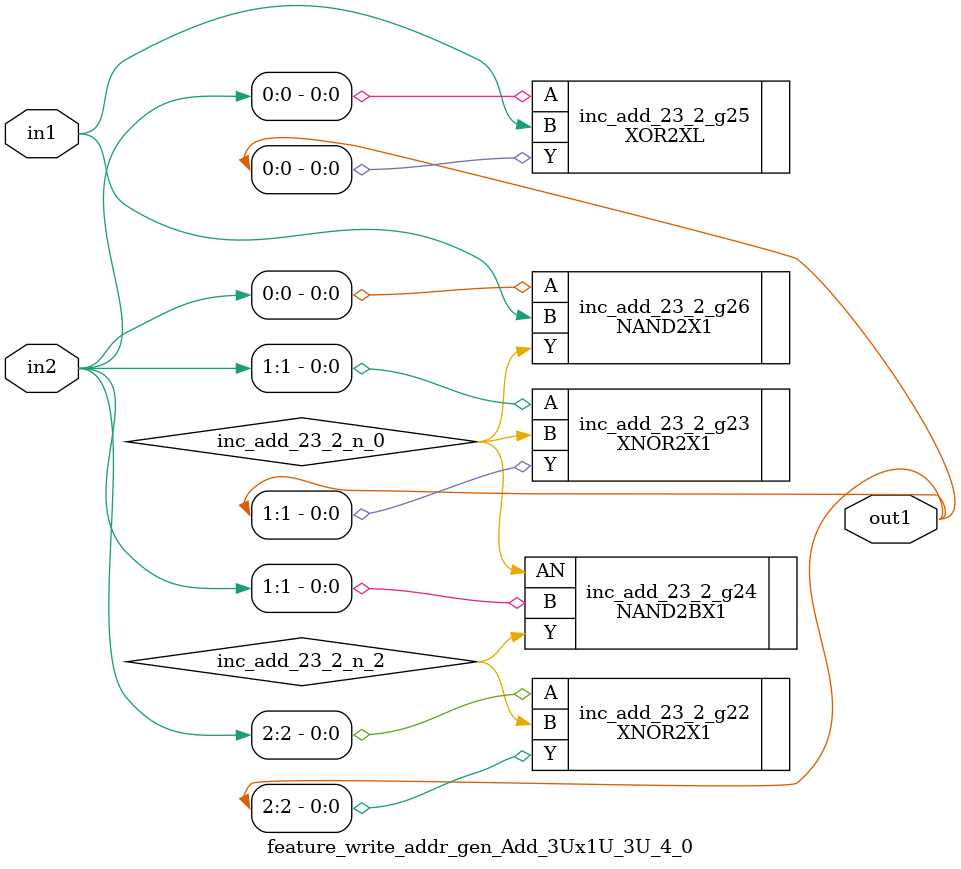
<source format=v>
`timescale 1ps / 1ps


module feature_write_addr_gen_Add_3Ux1U_3U_4_0(in2, in1, out1);
  input [2:0] in2;
  input in1;
  output [2:0] out1;
  wire [2:0] in2;
  wire in1;
  wire [2:0] out1;
  wire inc_add_23_2_n_0, inc_add_23_2_n_2;
  XNOR2X1 inc_add_23_2_g22(.A (in2[2]), .B (inc_add_23_2_n_2), .Y
       (out1[2]));
  XNOR2X1 inc_add_23_2_g23(.A (in2[1]), .B (inc_add_23_2_n_0), .Y
       (out1[1]));
  NAND2BX1 inc_add_23_2_g24(.AN (inc_add_23_2_n_0), .B (in2[1]), .Y
       (inc_add_23_2_n_2));
  XOR2XL inc_add_23_2_g25(.A (in2[0]), .B (in1), .Y (out1[0]));
  NAND2X1 inc_add_23_2_g26(.A (in2[0]), .B (in1), .Y
       (inc_add_23_2_n_0));
endmodule



</source>
